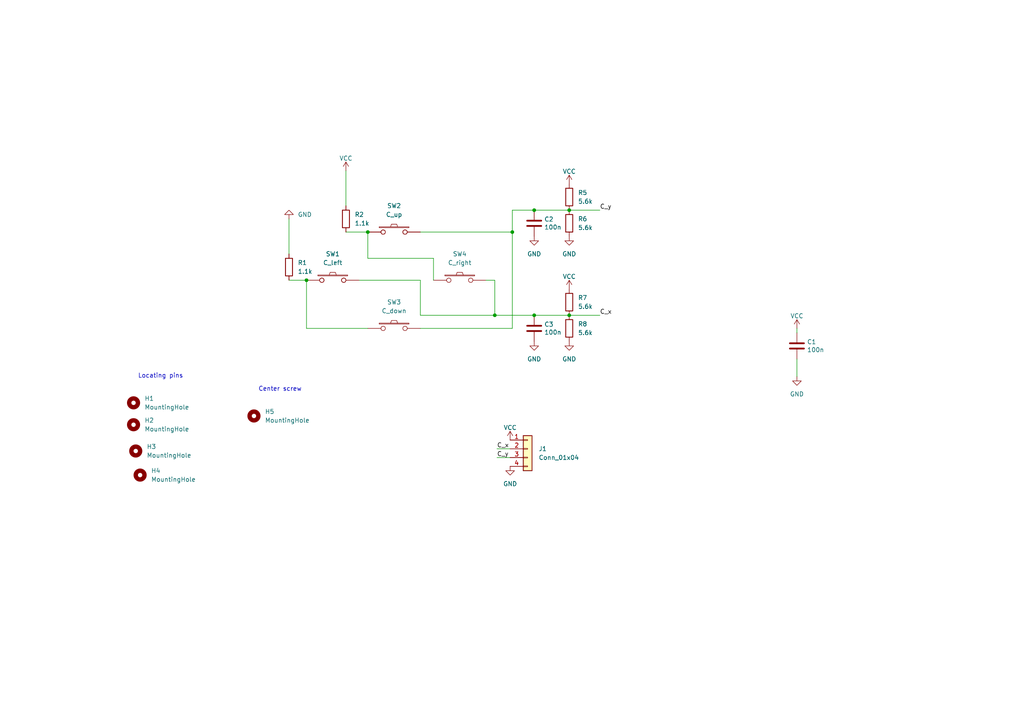
<source format=kicad_sch>
(kicad_sch (version 20211123) (generator eeschema)
  (paper "A4")
  (lib_symbols
    (symbol "Connector_Generic:Conn_01x04" (pin_names (offset 1.016) hide)
      (property "Reference" "J" (at 0 5.08 0))
      (property "Value" "Conn_01x04" (at 0 -7.62 0))
      (symbol "Conn_01x04_1_1"
        (rectangle (start -1.27 -4.953) (end 0 -5.207) (stroke (width 0.1524)))
        (rectangle (start -1.27 -2.413) (end 0 -2.667) (stroke (width 0.1524)))
        (rectangle (start -1.27 0.127) (end 0 -0.127) (stroke (width 0.1524)))
        (rectangle (start -1.27 2.667) (end 0 2.413) (stroke (width 0.1524)))
        (rectangle (start -1.27 3.81) (end 1.27 -6.35) (stroke (width 0.254)) (fill (type background)))
        (pin passive line (at -5.08 2.54 0) (length 3.81) (name "Pin_1") (number "1"))
        (pin passive line (at -5.08 0 0) (length 3.81) (name "Pin_2") (number "2"))
        (pin passive line (at -5.08 -2.54 0) (length 3.81) (name "Pin_3") (number "3"))
        (pin passive line (at -5.08 -5.08 0) (length 3.81) (name "Pin_4") (number "4"))
      )
    )
    (symbol "Device:C" (pin_numbers hide) (pin_names (offset 0.254))
      (property "Reference" "C" (at 0.635 2.54 0))
      (property "Value" "C" (at 0.635 -2.54 0))
      (symbol "C_0_1"
        (polyline (pts (xy -2.032 -0.762) (xy 2.032 -0.762)) (stroke (width 0.508)))
        (polyline (pts (xy -2.032 0.762) (xy 2.032 0.762)) (stroke (width 0.508)))
      )
      (symbol "C_1_1"
        (pin passive line (at 0 3.81 270) (length 2.794) (name "~") (number "1"))
        (pin passive line (at 0 -3.81 90) (length 2.794) (name "~") (number "2"))
      )
    )
    (symbol "Device:R" (pin_numbers hide) (pin_names (offset 0))
      (property "Reference" "R" (at 2.032 0 90))
      (property "Value" "R" (at 0 0 90))
      (symbol "R_0_1"
        (rectangle (start -1.016 -2.54) (end 1.016 2.54) (stroke (width 0.254)))
      )
      (symbol "R_1_1"
        (pin passive line (at 0 3.81 270) (length 1.27) (name "~") (number "1"))
        (pin passive line (at 0 -3.81 90) (length 1.27) (name "~") (number "2"))
      )
    )
    (symbol "Mechanical:MountingHole" (pin_names (offset 1.016))
      (property "Reference" "H" (at 0 5.08 0))
      (property "Value" "MountingHole" (at 0 3.175 0))
      (symbol "MountingHole_0_1"
        (circle (center 0 0) (radius 1.27) (stroke (width 1.27)))
      )
    )
    (symbol "keyboard_parts:SW_PUSH" (pin_numbers hide) (pin_names (offset 1.016) hide)
      (property "Reference" "SW" (at 3.81 2.794 0))
      (property "Value" "SW_PUSH" (at 0 -2.032 0))
      (symbol "SW_PUSH_0_1"
        (rectangle (start -4.318 1.27) (end 4.318 1.524))
        (polyline (pts (xy -1.016 1.524) (xy -0.762 2.286) (xy 0.762 2.286) (xy 1.016 1.524)))
        (pin passive inverted (at -7.62 0 0) (length 5.08) (name "1") (number "1"))
        (pin passive inverted (at 7.62 0 180) (length 5.08) (name "2") (number "2"))
      )
    )
    (symbol "power:GND" (power) (pin_names (offset 0))
      (property "Value" "GND" (at 0 -3.81 0))
      (symbol "GND_0_1"
        (polyline (pts (xy 0 0) (xy 0 -1.27) (xy 1.27 -1.27) (xy 0 -2.54) (xy -1.27 -1.27) (xy 0 -1.27)))
      )
      (symbol "GND_1_1"
        (pin power_in line (at 0 0 270) (length 0) hide (name "GND") (number "1"))
      )
    )
    (symbol "power:VCC" (power) (pin_names (offset 0))
      (property "Value" "VCC" (at 0 3.81 0))
      (symbol "VCC_0_1"
        (polyline (pts (xy -0.762 1.27) (xy 0 2.54)))
        (polyline (pts (xy 0 0) (xy 0 2.54)))
        (polyline (pts (xy 0 2.54) (xy 0.762 1.27)))
      )
      (symbol "VCC_1_1"
        (pin power_in line (at 0 0 90) (length 0) hide (name "VCC") (number "1"))
      )
    )
  )
  (junction (at 106.68 67.31))
  (junction (at 154.94 60.96))
  (junction (at 165.1 60.96))
  (junction (at 165.1 91.44))
  (junction (at 143.51 91.44))
  (junction (at 148.59 67.31))
  (junction (at 88.9 81.28))
  (junction (at 154.94 91.44))
  (wire (pts (xy 154.94 60.96) (xy 165.1 60.96)))
  (wire (pts (xy 83.82 73.66) (xy 83.82 63.5)))
  (wire (pts (xy 125.73 74.93) (xy 106.68 74.93)))
  (wire (pts (xy 165.1 91.44) (xy 173.99 91.44)))
  (wire (pts (xy 148.59 60.96) (xy 154.94 60.96)))
  (wire (pts (xy 121.92 81.28) (xy 121.92 91.44)))
  (wire (pts (xy 143.51 81.28) (xy 143.51 91.44)))
  (wire (pts (xy 144.145 132.715) (xy 147.955 132.715)))
  (wire (pts (xy 148.59 67.31) (xy 148.59 60.96)))
  (wire (pts (xy 106.68 95.25) (xy 88.9 95.25)))
  (wire (pts (xy 148.59 95.25) (xy 148.59 67.31)))
  (wire (pts (xy 104.14 81.28) (xy 121.92 81.28)))
  (wire (pts (xy 144.145 130.175) (xy 147.955 130.175)))
  (wire (pts (xy 121.92 67.31) (xy 148.59 67.31)))
  (wire (pts (xy 100.33 67.31) (xy 106.68 67.31)))
  (wire (pts (xy 100.33 59.69) (xy 100.33 49.53)))
  (wire (pts (xy 231.14 109.22) (xy 231.14 104.14)))
  (wire (pts (xy 165.1 60.96) (xy 173.99 60.96)))
  (wire (pts (xy 143.51 91.44) (xy 154.94 91.44)))
  (wire (pts (xy 88.9 95.25) (xy 88.9 81.28)))
  (wire (pts (xy 121.92 95.25) (xy 148.59 95.25)))
  (wire (pts (xy 125.73 81.28) (xy 125.73 74.93)))
  (wire (pts (xy 154.94 91.44) (xy 165.1 91.44)))
  (wire (pts (xy 106.68 74.93) (xy 106.68 67.31)))
  (wire (pts (xy 83.82 81.28) (xy 88.9 81.28)))
  (wire (pts (xy 231.14 96.52) (xy 231.14 95.25)))
  (wire (pts (xy 121.92 91.44) (xy 143.51 91.44)))
  (wire (pts (xy 140.97 81.28) (xy 143.51 81.28)))
  (text "Locating pins" (at 40.005 109.855 0) (effects (font (size 1.27 1.27)) (justify left bottom)))
  (text "Center screw\n" (at 74.93 113.665 0) (effects (font (size 1.27 1.27)) (justify left bottom)))
  (label "C_y" (at 144.145 132.715 0))
  (label "C_x" (at 173.99 91.44 0))
  (label "C_y" (at 173.99 60.96 0))
  (label "C_x" (at 144.145 130.175 0))
  (symbol (lib_id "power:GND") (at 165.1 68.58 0) (unit 1)
    (property "Reference" "#PWR07" (effects hide))
    (property "Value" "GND" (at 165.1 73.66 0))
  )
  (symbol (lib_id "power:GND") (at 154.94 99.06 0) (unit 1)
    (property "Reference" "#PWR0103" (effects hide))
    (property "Value" "GND" (at 154.94 104.14 0))
  )
  (symbol (lib_id "Device:R") (at 83.82 77.47 180) (unit 1)
    (property "Reference" "R1" (at 86.36 76.1999 0) (effects (justify right)))
    (property "Value" "1.1k" (at 86.36 78.7399 0) (effects (justify right)))
    (property "Footprint" "Resistor_SMD:R_0603_1608Metric_Pad0.98x0.95mm_HandSolder" (effects hide))
    (property "LCSC" "C137780" (effects hide))
  )
  (symbol (lib_id "keyboard_parts:SW_PUSH") (at 96.52 81.28 0) (unit 1)
    (property "Reference" "SW1" (at 96.52 73.66 0))
    (property "Value" "C_left" (at 96.52 76.2 0))
    (property "Footprint" "easyeda2kicad:SW-TH_L6.2-W6.2-P5.00" (effects hide))
    (property "LCSC" "C395225" (effects hide))
  )
  (symbol (lib_id "Mechanical:MountingHole") (at 38.735 116.84 0) (unit 1)
    (property "Reference" "H1" (at 41.91 115.5699 0) (effects (justify left)))
    (property "Value" "MountingHole" (at 41.91 118.1099 0) (effects (justify left)))
    (property "Footprint" "MountingHole:MountingHole_2.1mm" (effects hide))
  )
  (symbol (lib_id "power:VCC") (at 147.955 127.635 0) (unit 1)
    (property "Reference" "#PWR05" (effects hide))
    (property "Value" "VCC" (at 147.955 124.0305 0))
  )
  (symbol (lib_id "Device:C") (at 154.94 95.25 0) (unit 1)
    (property "Reference" "C3" (at 157.861 94.0816 0) (effects (justify left)))
    (property "Value" "100n" (at 157.861 96.393 0) (effects (justify left)))
    (property "Footprint" "PhobGCC_2_0_0_footprints:C_0402_1005Metric" (effects hide))
    (property "LCSC" "C1525" (effects hide))
  )
  (symbol (lib_id "Mechanical:MountingHole") (at 39.37 130.81 0) (unit 1)
    (property "Reference" "H3" (at 42.545 129.5399 0) (effects (justify left)))
    (property "Value" "MountingHole" (at 42.545 132.0799 0) (effects (justify left)))
    (property "Footprint" "MountingHole:MountingHole_2.1mm" (effects hide))
  )
  (symbol (lib_id "keyboard_parts:SW_PUSH") (at 114.3 67.31 0) (unit 1)
    (property "Reference" "SW2" (at 114.3 59.69 0))
    (property "Value" "C_up" (at 114.3 62.23 0))
    (property "Footprint" "easyeda2kicad:SW-TH_L6.2-W6.2-P5.00" (effects hide))
    (property "LCSC" "C395225" (effects hide))
  )
  (symbol (lib_id "Device:C") (at 231.14 100.33 0) (unit 1)
    (property "Reference" "C1" (at 234.061 99.1616 0) (effects (justify left)))
    (property "Value" "100n" (at 234.061 101.473 0) (effects (justify left)))
    (property "Footprint" "PhobGCC_2_0_0_footprints:C_0402_1005Metric" (effects hide))
    (property "LCSC" "C1525" (effects hide))
  )
  (symbol (lib_id "keyboard_parts:SW_PUSH") (at 133.35 81.28 0) (unit 1)
    (property "Reference" "SW4" (at 133.35 73.66 0))
    (property "Value" "C_right" (at 133.35 76.2 0))
    (property "Footprint" "easyeda2kicad:SW-TH_L6.2-W6.2-P5.00" (effects hide))
    (property "LCSC" "C395225" (effects hide))
  )
  (symbol (lib_id "power:GND") (at 83.82 63.5 180) (unit 1)
    (property "Reference" "#PWR01" (effects hide))
    (property "Value" "GND" (at 86.36 62.2299 0) (effects (justify right)))
  )
  (symbol (lib_id "Mechanical:MountingHole") (at 40.64 137.795 0) (unit 1)
    (property "Reference" "H4" (at 43.815 136.5249 0) (effects (justify left)))
    (property "Value" "MountingHole" (at 43.815 139.0649 0) (effects (justify left)))
    (property "Footprint" "MountingHole:MountingHole_2.1mm" (effects hide))
  )
  (symbol (lib_id "power:GND") (at 154.94 68.58 0) (unit 1)
    (property "Reference" "#PWR0104" (effects hide))
    (property "Value" "GND" (at 154.94 73.66 0))
  )
  (symbol (lib_id "Device:R") (at 100.33 63.5 180) (unit 1)
    (property "Reference" "R2" (at 102.87 62.2299 0) (effects (justify right)))
    (property "Value" "1.1k" (at 102.87 64.7699 0) (effects (justify right)))
    (property "Footprint" "Resistor_SMD:R_0603_1608Metric_Pad0.98x0.95mm_HandSolder" (effects hide))
    (property "LCSC" "C137780" (effects hide))
  )
  (symbol (lib_id "power:VCC") (at 100.33 49.53 0) (unit 1)
    (property "Reference" "#PWR02" (effects hide))
    (property "Value" "VCC" (at 100.33 45.9255 0))
  )
  (symbol (lib_id "Device:R") (at 165.1 57.15 0) (unit 1)
    (property "Reference" "R5" (at 167.64 55.8799 0) (effects (justify left)))
    (property "Value" "5.6k" (at 167.64 58.4199 0) (effects (justify left)))
    (property "Footprint" "Resistor_SMD:R_0603_1608Metric_Pad0.98x0.95mm_HandSolder" (effects hide))
    (property "LCSC" "C114627" (effects hide))
  )
  (symbol (lib_id "Device:R") (at 165.1 95.25 0) (unit 1)
    (property "Reference" "R8" (at 167.64 93.9799 0) (effects (justify left)))
    (property "Value" "5.6k" (at 167.64 96.5199 0) (effects (justify left)))
    (property "Footprint" "Resistor_SMD:R_0603_1608Metric_Pad0.98x0.95mm_HandSolder" (effects hide))
    (property "LCSC" "C114627" (effects hide))
  )
  (symbol (lib_id "keyboard_parts:SW_PUSH") (at 114.3 95.25 0) (unit 1)
    (property "Reference" "SW3" (at 114.3 87.63 0))
    (property "Value" "C_down" (at 114.3 90.17 0))
    (property "Footprint" "easyeda2kicad:SW-TH_L6.2-W6.2-P5.00" (effects hide))
    (property "LCSC" "C395225" (effects hide))
  )
  (symbol (lib_id "power:VCC") (at 231.14 95.25 0) (unit 1)
    (property "Reference" "#PWR03" (effects hide))
    (property "Value" "VCC" (at 231.14 91.6455 0))
  )
  (symbol (lib_id "power:VCC") (at 165.1 83.82 0) (unit 1)
    (property "Reference" "#PWR0105" (effects hide))
    (property "Value" "VCC" (at 165.1 80.2155 0))
  )
  (symbol (lib_id "Connector_Generic:Conn_01x04") (at 153.035 130.175 0) (unit 1) (in_bom no)
    (property "Reference" "J1" (at 156.21 130.1749 0) (effects (justify left)))
    (property "Value" "Conn_01x04" (at 156.21 132.7149 0) (effects (justify left)))
    (property "Footprint" "Connector_PinHeader_2.00mm:PinHeader_1x04_P2.00mm_Vertical" (effects hide))
  )
  (symbol (lib_id "Device:R") (at 165.1 87.63 0) (unit 1)
    (property "Reference" "R7" (at 167.64 86.3599 0) (effects (justify left)))
    (property "Value" "5.6k" (at 167.64 88.8999 0) (effects (justify left)))
    (property "Footprint" "Resistor_SMD:R_0603_1608Metric_Pad0.98x0.95mm_HandSolder" (effects hide))
    (property "LCSC" "C114627" (effects hide))
  )
  (symbol (lib_id "power:GND") (at 231.14 109.22 0) (unit 1)
    (property "Reference" "#PWR04" (effects hide))
    (property "Value" "GND" (at 231.14 114.3 0))
  )
  (symbol (lib_id "power:GND") (at 147.955 135.255 0) (unit 1)
    (property "Reference" "#PWR06" (effects hide))
    (property "Value" "GND" (at 147.955 140.335 0))
  )
  (symbol (lib_id "Mechanical:MountingHole") (at 73.66 120.65 0) (unit 1)
    (property "Reference" "H5" (at 76.835 119.3799 0) (effects (justify left)))
    (property "Value" "MountingHole" (at 76.835 121.9199 0) (effects (justify left)))
    (property "Footprint" "MountingHole:MountingHole_2.5mm" (effects hide))
  )
  (symbol (lib_id "Device:C") (at 154.94 64.77 0) (unit 1)
    (property "Reference" "C2" (at 157.861 63.6016 0) (effects (justify left)))
    (property "Value" "100n" (at 157.861 65.913 0) (effects (justify left)))
    (property "Footprint" "PhobGCC_2_0_0_footprints:C_0402_1005Metric" (effects hide))
    (property "LCSC" "C1525" (effects hide))
  )
  (symbol (lib_id "power:GND") (at 165.1 99.06 0) (unit 1)
    (property "Reference" "#PWR09" (effects hide))
    (property "Value" "GND" (at 165.1 104.14 0))
  )
  (symbol (lib_id "Device:R") (at 165.1 64.77 0) (unit 1)
    (property "Reference" "R6" (at 167.64 63.4999 0) (effects (justify left)))
    (property "Value" "5.6k" (at 167.64 66.0399 0) (effects (justify left)))
    (property "Footprint" "Resistor_SMD:R_0603_1608Metric_Pad0.98x0.95mm_HandSolder" (effects hide))
    (property "LCSC" "C114627" (effects hide))
  )
  (symbol (lib_id "power:VCC") (at 165.1 53.34 0) (unit 1)
    (property "Reference" "#PWR0102" (effects hide))
    (property "Value" "VCC" (at 165.1 49.7355 0))
  )
  (symbol (lib_id "Mechanical:MountingHole") (at 38.735 123.19 0) (unit 1)
    (property "Reference" "H2" (at 41.91 121.9199 0) (effects (justify left)))
    (property "Value" "MountingHole" (at 41.91 124.4599 0) (effects (justify left)))
    (property "Footprint" "MountingHole:MountingHole_2.1mm" (effects hide))
  )
)
</source>
